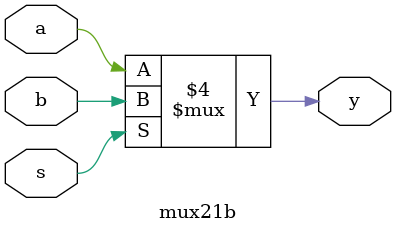
<source format=v>
module mux21b(
  input wire a,
  input wire b,
  input wire s,
  output reg y
);

  always @ (a,b,s)
  if (s == 0)
    y = a;
  else
	y = b;

endmodule
</source>
